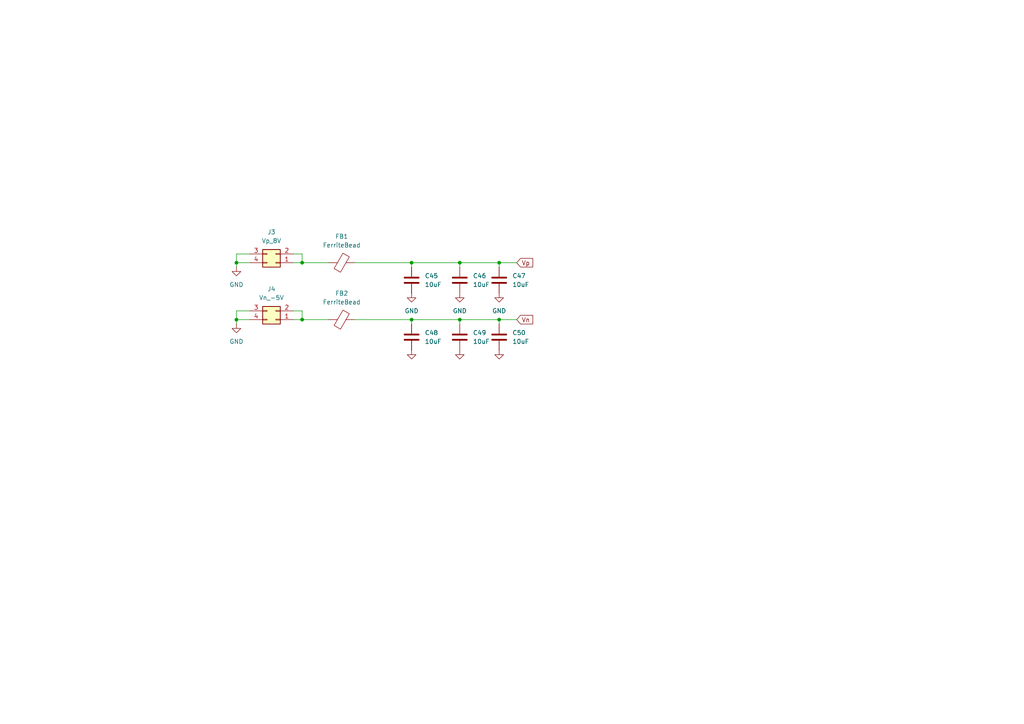
<source format=kicad_sch>
(kicad_sch (version 20231120) (generator "eeschema") (generator_version "8.0")
  (paper "A4")
  (lib_symbols
    (symbol "Connector_Generic:Conn_02x02_Counter_Clockwise" (pin_names (offset 1.016) hide)
      (property "Reference" "J" (at 1.27 2.54 0))
      (property "Value" "Conn_02x02_Counter_Clockwise" (at 1.27 -5.08 0))
      (symbol "Conn_02x02_Counter_Clockwise_1_1"
        (rectangle (start -1.27 -2.413) (end 0 -2.667) (stroke (width 0.1524)))
        (rectangle (start -1.27 0.127) (end 0 -0.127) (stroke (width 0.1524)))
        (rectangle (start -1.27 1.27) (end 3.81 -3.81) (stroke (width 0.254)) (fill (type background)))
        (rectangle (start 3.81 -2.413) (end 2.54 -2.667) (stroke (width 0.1524)))
        (rectangle (start 3.81 0.127) (end 2.54 -0.127) (stroke (width 0.1524)))
        (pin passive line (at -5.08 0 0) (length 3.81) (name "Pin_1") (number "1"))
        (pin passive line (at -5.08 -2.54 0) (length 3.81) (name "Pin_2") (number "2"))
        (pin passive line (at 7.62 -2.54 180) (length 3.81) (name "Pin_3") (number "3"))
        (pin passive line (at 7.62 0 180) (length 3.81) (name "Pin_4") (number "4"))
      )
    )
    (symbol "Device:C" (pin_numbers hide) (pin_names (offset 0.254))
      (property "Reference" "C" (at 0.635 2.54 0))
      (property "Value" "C" (at 0.635 -2.54 0))
      (symbol "C_0_1"
        (polyline (pts (xy -2.032 -0.762) (xy 2.032 -0.762)) (stroke (width 0.508)))
        (polyline (pts (xy -2.032 0.762) (xy 2.032 0.762)) (stroke (width 0.508)))
      )
      (symbol "C_1_1"
        (pin passive line (at 0 3.81 270) (length 2.794) (name "~") (number "1"))
        (pin passive line (at 0 -3.81 90) (length 2.794) (name "~") (number "2"))
      )
    )
    (symbol "Device:FerriteBead" (pin_numbers hide) (pin_names (offset 0))
      (property "Reference" "FB" (at -3.81 0.635 90))
      (property "Value" "FerriteBead" (at 3.81 0 90))
      (symbol "FerriteBead_0_1"
        (polyline (pts (xy 0 -1.27) (xy 0 -1.2192)))
        (polyline (pts (xy 0 1.27) (xy 0 1.2954)))
        (polyline (pts (xy -2.7686 0.4064) (xy -1.7018 2.2606) (xy 2.7686 -0.3048) (xy 1.6764 -2.159) (xy -2.7686 0.4064)))
      )
      (symbol "FerriteBead_1_1"
        (pin passive line (at 0 3.81 270) (length 2.54) (name "~") (number "1"))
        (pin passive line (at 0 -3.81 90) (length 2.54) (name "~") (number "2"))
      )
    )
    (symbol "power:GND" (power) (pin_numbers hide) (pin_names (offset 0) hide)
      (property "Value" "GND" (at 0 -3.81 0))
      (symbol "GND_0_1"
        (polyline (pts (xy 0 0) (xy 0 -1.27) (xy 1.27 -1.27) (xy 0 -2.54) (xy -1.27 -1.27) (xy 0 -1.27)))
      )
      (symbol "GND_1_1"
        (pin power_in line (at 0 0 270) (length 0) (name "~") (number "1"))
      )
    )
  )
  (junction (at 119.38 76.2))
  (junction (at 144.78 76.2))
  (junction (at 144.78 92.71))
  (junction (at 68.58 76.2))
  (junction (at 68.58 92.71))
  (junction (at 87.63 92.71))
  (junction (at 133.35 76.2))
  (junction (at 133.35 92.71))
  (junction (at 87.63 76.2))
  (junction (at 119.38 92.71))
  (wire (pts (xy 72.39 73.66) (xy 68.58 73.66)))
  (wire (pts (xy 144.78 77.47) (xy 144.78 76.2)))
  (wire (pts (xy 72.39 90.17) (xy 68.58 90.17)))
  (wire (pts (xy 133.35 93.98) (xy 133.35 92.71)))
  (wire (pts (xy 85.09 92.71) (xy 87.63 92.71)))
  (wire (pts (xy 133.35 77.47) (xy 133.35 76.2)))
  (wire (pts (xy 87.63 90.17) (xy 87.63 92.71)))
  (wire (pts (xy 102.87 76.2) (xy 119.38 76.2)))
  (wire (pts (xy 133.35 76.2) (xy 144.78 76.2)))
  (wire (pts (xy 85.09 76.2) (xy 87.63 76.2)))
  (wire (pts (xy 144.78 92.71) (xy 149.86 92.71)))
  (wire (pts (xy 85.09 73.66) (xy 87.63 73.66)))
  (wire (pts (xy 144.78 76.2) (xy 149.86 76.2)))
  (wire (pts (xy 102.87 92.71) (xy 119.38 92.71)))
  (wire (pts (xy 68.58 73.66) (xy 68.58 76.2)))
  (wire (pts (xy 68.58 92.71) (xy 68.58 93.98)))
  (wire (pts (xy 119.38 92.71) (xy 133.35 92.71)))
  (wire (pts (xy 68.58 92.71) (xy 72.39 92.71)))
  (wire (pts (xy 133.35 92.71) (xy 144.78 92.71)))
  (wire (pts (xy 119.38 76.2) (xy 133.35 76.2)))
  (wire (pts (xy 85.09 90.17) (xy 87.63 90.17)))
  (wire (pts (xy 119.38 93.98) (xy 119.38 92.71)))
  (wire (pts (xy 87.63 73.66) (xy 87.63 76.2)))
  (wire (pts (xy 68.58 90.17) (xy 68.58 92.71)))
  (wire (pts (xy 119.38 77.47) (xy 119.38 76.2)))
  (wire (pts (xy 72.39 76.2) (xy 68.58 76.2)))
  (wire (pts (xy 144.78 93.98) (xy 144.78 92.71)))
  (wire (pts (xy 87.63 92.71) (xy 95.25 92.71)))
  (wire (pts (xy 68.58 76.2) (xy 68.58 77.47)))
  (wire (pts (xy 87.63 76.2) (xy 95.25 76.2)))
  (global_label "Vp" (shape input) (at 149.86 76.2 0) (property "Intersheetrefs" "${INTERSHEET_REFS}" (effects (hide yes))))
  (global_label "Vn" (shape input) (at 149.86 92.71 0) (property "Intersheetrefs" "${INTERSHEET_REFS}" (effects (hide yes))))
  (symbol (lib_id "Device:FerriteBead") (at 99.06 76.2 270) (unit 1)
    (property "Reference" "FB1" (at 99.1108 68.58 90))
    (property "Value" "FerriteBead" (at 99.1108 71.12 90))
    (property "Footprint" "Library:BLM21PG300SN1B" (effects (hide yes)))
    (property "Description" "Ferrite bead" (effects (hide yes)))
  )
  (symbol (lib_id "power:GND") (at 144.78 85.09 0) (unit 1)
    (property "Reference" "#PWR07" (effects (hide yes)))
    (property "Value" "GND" (at 144.78 90.17 0))
    (property "Description" "Power symbol creates a global label with name \"GND\" , ground" (effects (hide yes)))
  )
  (symbol (lib_id "Device:C") (at 119.38 97.79 0) (unit 1)
    (property "Reference" "C48" (at 123.19 96.5199 0) (effects (justify left)))
    (property "Value" "10uF" (at 123.19 99.0599 0) (effects (justify left)))
    (property "Footprint" "Capacitor_SMD:C_1210_3225Metric_Pad1.33x2.70mm_HandSolder" (effects (hide yes)))
    (property "Description" "Unpolarized capacitor" (effects (hide yes)))
  )
  (symbol (lib_id "power:GND") (at 68.58 77.47 0) (unit 1)
    (property "Reference" "#PWR050" (effects (hide yes)))
    (property "Value" "GND" (at 68.58 82.55 0))
    (property "Description" "Power symbol creates a global label with name \"GND\" , ground" (effects (hide yes)))
  )
  (symbol (lib_id "power:GND") (at 133.35 101.6 0) (unit 1)
    (property "Reference" "#PWR05" (effects (hide yes)))
    (property "Value" "GND" (effects (hide yes)))
    (property "Description" "Power symbol creates a global label with name \"GND\" , ground" (effects (hide yes)))
  )
  (symbol (lib_id "Connector_Generic:Conn_02x02_Counter_Clockwise") (at 80.01 92.71 180) (unit 1)
    (property "Reference" "J4" (at 78.74 83.82 0))
    (property "Value" "Vn_-5V" (at 78.74 86.36 0))
    (property "Footprint" "Library:MOLEX_26013115" (effects (hide yes)))
    (property "Description" "Generic connector, double row, 02x02, counter clockwise pin numbering scheme (similar to DIP package numbering), script generated (kicad-library-utils/schlib/autogen/connector/)" (effects (hide yes)))
  )
  (symbol (lib_id "Device:FerriteBead") (at 99.06 92.71 270) (unit 1)
    (property "Reference" "FB2" (at 99.1108 85.09 90))
    (property "Value" "FerriteBead" (at 99.1108 87.63 90))
    (property "Footprint" "Library:BLM21PG300SN1B" (effects (hide yes)))
    (property "Description" "Ferrite bead" (effects (hide yes)))
  )
  (symbol (lib_id "Device:C") (at 144.78 81.28 0) (unit 1)
    (property "Reference" "C47" (at 148.59 80.0099 0) (effects (justify left)))
    (property "Value" "10uF" (at 148.59 82.5499 0) (effects (justify left)))
    (property "Footprint" "Capacitor_SMD:C_1210_3225Metric_Pad1.33x2.70mm_HandSolder" (effects (hide yes)))
    (property "Description" "Unpolarized capacitor" (effects (hide yes)))
  )
  (symbol (lib_id "Device:C") (at 144.78 97.79 0) (unit 1)
    (property "Reference" "C50" (at 148.59 96.5199 0) (effects (justify left)))
    (property "Value" "10uF" (at 148.59 99.0599 0) (effects (justify left)))
    (property "Footprint" "Capacitor_SMD:C_1210_3225Metric_Pad1.33x2.70mm_HandSolder" (effects (hide yes)))
    (property "Description" "Unpolarized capacitor" (effects (hide yes)))
  )
  (symbol (lib_id "power:GND") (at 119.38 101.6 0) (unit 1)
    (property "Reference" "#PWR02" (effects (hide yes)))
    (property "Value" "GND" (effects (hide yes)))
    (property "Description" "Power symbol creates a global label with name \"GND\" , ground" (effects (hide yes)))
  )
  (symbol (lib_id "Device:C") (at 133.35 97.79 0) (unit 1)
    (property "Reference" "C49" (at 137.16 96.5199 0) (effects (justify left)))
    (property "Value" "10uF" (at 137.16 99.0599 0) (effects (justify left)))
    (property "Footprint" "Capacitor_SMD:C_1210_3225Metric_Pad1.33x2.70mm_HandSolder" (effects (hide yes)))
    (property "Description" "Unpolarized capacitor" (effects (hide yes)))
  )
  (symbol (lib_id "Connector_Generic:Conn_02x02_Counter_Clockwise") (at 80.01 76.2 180) (unit 1)
    (property "Reference" "J3" (at 78.74 67.31 0))
    (property "Value" "Vp_8V" (at 78.74 69.85 0))
    (property "Footprint" "Library:MOLEX_26013115" (effects (hide yes)))
    (property "Description" "Generic connector, double row, 02x02, counter clockwise pin numbering scheme (similar to DIP package numbering), script generated (kicad-library-utils/schlib/autogen/connector/)" (effects (hide yes)))
  )
  (symbol (lib_id "power:GND") (at 119.38 85.09 0) (unit 1)
    (property "Reference" "#PWR01" (effects (hide yes)))
    (property "Value" "GND" (at 119.38 90.17 0))
    (property "Description" "Power symbol creates a global label with name \"GND\" , ground" (effects (hide yes)))
  )
  (symbol (lib_id "power:GND") (at 144.78 101.6 0) (unit 1)
    (property "Reference" "#PWR08" (effects (hide yes)))
    (property "Value" "GND" (effects (hide yes)))
    (property "Description" "Power symbol creates a global label with name \"GND\" , ground" (effects (hide yes)))
  )
  (symbol (lib_id "power:GND") (at 68.58 93.98 0) (unit 1)
    (property "Reference" "#PWR049" (effects (hide yes)))
    (property "Value" "GND" (at 68.58 99.06 0))
    (property "Description" "Power symbol creates a global label with name \"GND\" , ground" (effects (hide yes)))
  )
  (symbol (lib_id "Device:C") (at 133.35 81.28 0) (unit 1)
    (property "Reference" "C46" (at 137.16 80.0099 0) (effects (justify left)))
    (property "Value" "10uF" (at 137.16 82.5499 0) (effects (justify left)))
    (property "Footprint" "Capacitor_SMD:C_1210_3225Metric_Pad1.33x2.70mm_HandSolder" (effects (hide yes)))
    (property "Description" "Unpolarized capacitor" (effects (hide yes)))
  )
  (symbol (lib_id "power:GND") (at 133.35 85.09 0) (unit 1)
    (property "Reference" "#PWR04" (effects (hide yes)))
    (property "Value" "GND" (at 133.35 90.17 0))
    (property "Description" "Power symbol creates a global label with name \"GND\" , ground" (effects (hide yes)))
  )
  (symbol (lib_id "Device:C") (at 119.38 81.28 0) (unit 1)
    (property "Reference" "C45" (at 123.19 80.0099 0) (effects (justify left)))
    (property "Value" "10uF" (at 123.19 82.5499 0) (effects (justify left)))
    (property "Footprint" "Capacitor_SMD:C_1210_3225Metric_Pad1.33x2.70mm_HandSolder" (effects (hide yes)))
    (property "Description" "Unpolarized capacitor" (effects (hide yes)))
  )
)
</source>
